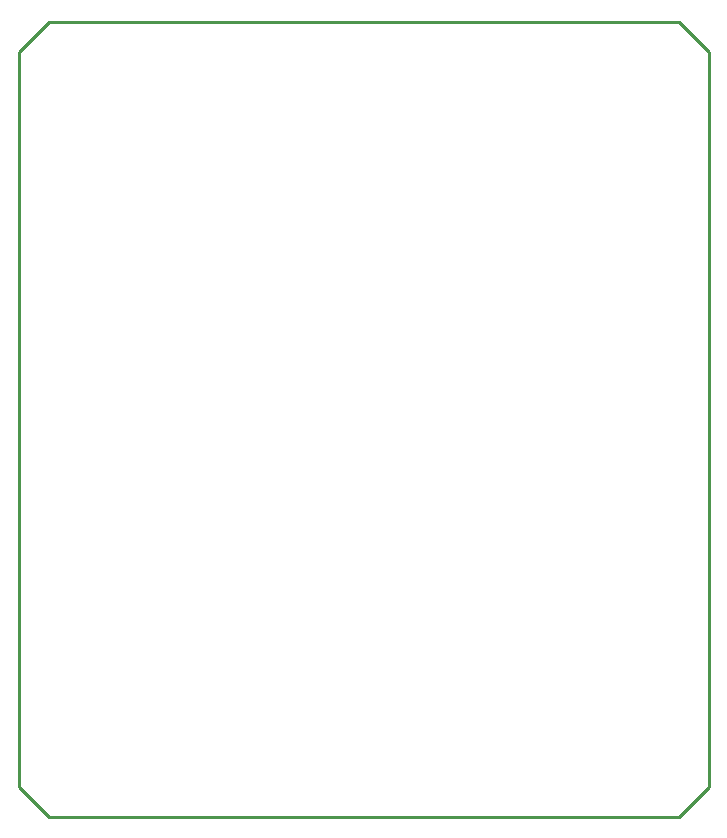
<source format=gbr>
G04 EAGLE Gerber RS-274X export*
G75*
%MOMM*%
%FSLAX34Y34*%
%LPD*%
%IN*%
%IPPOS*%
%AMOC8*
5,1,8,0,0,1.08239X$1,22.5*%
G01*
%ADD10C,0.254000*%


D10*
X0Y228600D02*
X25400Y203200D01*
X558800Y203200D01*
X584200Y228600D01*
X584200Y850900D01*
X558800Y876300D01*
X25400Y876300D01*
X0Y850900D01*
X0Y228600D01*
M02*

</source>
